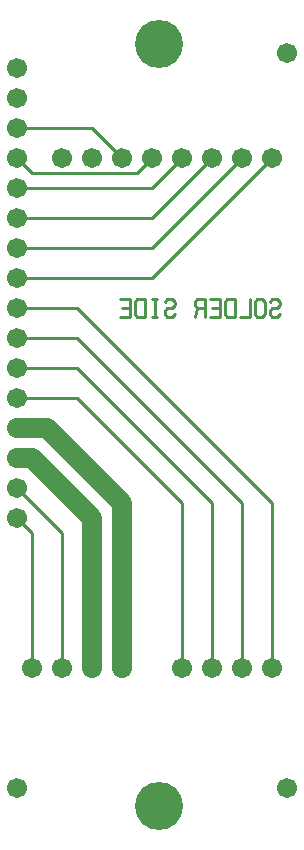
<source format=gbl>
%MOIN*%
%FSLAX25Y25*%
G04 D10 used for Character Trace; *
G04     Circle (OD=.01000) (No hole)*
G04 D11 used for Power Trace; *
G04     Circle (OD=.06700) (No hole)*
G04 D12 used for Signal Trace; *
G04     Circle (OD=.01100) (No hole)*
G04 D13 used for Via; *
G04     Circle (OD=.05800) (Round. Hole ID=.02800)*
G04 D14 used for Component hole; *
G04     Circle (OD=.06500) (Round. Hole ID=.03500)*
G04 D15 used for Component hole; *
G04     Circle (OD=.06700) (Round. Hole ID=.04300)*
G04 D16 used for Component hole; *
G04     Circle (OD=.08100) (Round. Hole ID=.05100)*
G04 D17 used for Component hole; *
G04     Circle (OD=.08900) (Round. Hole ID=.05900)*
G04 D18 used for Component hole; *
G04     Circle (OD=.11300) (Round. Hole ID=.08300)*
G04 D19 used for Component hole; *
G04     Circle (OD=.16000) (Round. Hole ID=.13000)*
G04 D20 used for Component hole; *
G04     Circle (OD=.18300) (Round. Hole ID=.15300)*
G04 D21 used for Component hole; *
G04     Circle (OD=.22291) (Round. Hole ID=.19291)*
%ADD10C,.01000*%
%ADD11C,.06700*%
%ADD12C,.01100*%
%ADD13C,.05800*%
%ADD14C,.06500*%
%ADD15C,.06700*%
%ADD16C,.08100*%
%ADD17C,.08900*%
%ADD18C,.11300*%
%ADD19C,.16000*%
%ADD20C,.18300*%
%ADD21C,.22291*%
%IPPOS*%
%LPD*%
G90*X0Y0D02*D15*X10000Y15000D03*X45000Y55000D03*  
D11*Y110000D01*X20000Y135000D01*X10000D01*D15*D03*
Y145000D03*D12*X30000D01*X65000Y110000D01*        
Y55000D01*D15*D03*X75000D03*D12*Y110000D01*       
X30000Y155000D01*X10000D01*D15*D03*Y165000D03*D12*
X30000D01*X85000Y110000D01*Y55000D01*D15*D03*     
X95000D03*D12*Y110000D01*X30000Y175000D01*        
X10000D01*D15*D03*Y185000D03*D12*X55000D01*       
X95000Y225000D01*D15*D03*X85000D03*D12*           
X55000Y195000D01*X10000D01*D15*D03*Y205000D03*D12*
X55000D01*X75000Y225000D01*D15*D03*X65000D03*D12* 
X55000Y215000D01*X10000D01*D15*D03*D12*           
X15000Y220000D02*X50000D01*X55000Y225000D01*D15*  
D03*X45000D03*D12*X35000Y235000D01*X10000D01*D15* 
D03*Y245000D03*Y225000D03*D12*X15000Y220000D01*   
D15*X25000Y225000D03*X35000D03*X10000Y255000D03*  
D19*X57300Y262900D03*D10*X94163Y176914D02*        
X95000Y177871D01*X96674D01*X97511Y176914D01*      
Y175957D01*X96674Y175000D01*X95000D01*            
X94163Y174043D01*Y173086D01*X95000Y172129D01*     
X96674D01*X97511Y173086D01*X89163D02*             
X90000Y172129D01*X91674D01*X92511Y173086D01*      
Y176914D01*X91674Y177871D01*X90000D01*            
X89163Y176914D01*Y173086D01*X87511Y177871D02*     
Y172129D01*X84163D01*X82511D02*Y177871D01*        
X80000D01*X79163Y176914D01*Y173086D01*            
X80000Y172129D01*X82511D01*X74163D02*X77511D01*   
Y177871D01*X74163D01*X77511Y175000D02*X75000D01*  
X72511Y172129D02*Y177871D01*X70000D01*            
X69163Y176914D01*Y175957D01*X70000Y175000D01*     
X72511D01*X70000D02*X69163Y172129D01*             
X59163Y176914D02*X60000Y177871D01*X61674D01*      
X62511Y176914D01*Y175957D01*X61674Y175000D01*     
X60000D01*X59163Y174043D01*Y173086D01*            
X60000Y172129D01*X61674D01*X62511Y173086D01*      
X55837Y172129D02*Y177871D01*X56674Y172129D02*     
X55000D01*X56674Y177871D02*X55000D01*             
X52511Y172129D02*Y177871D01*X50000D01*            
X49163Y176914D01*Y173086D01*X50000Y172129D01*     
X52511D01*X44163D02*X47511D01*Y177871D01*         
X44163D01*X47511Y175000D02*X45000D01*D15*         
X100000Y260000D03*X10000Y125000D03*D11*X15000D01* 
X35000Y105000D01*Y55000D01*D15*D03*X25000D03*D12* 
Y100000D01*X10000Y115000D01*D15*D03*Y105000D03*   
D12*X15000Y100000D01*Y55000D01*D15*D03*D19*       
X57300Y9100D03*D15*X100000Y15000D03*M02*          

</source>
